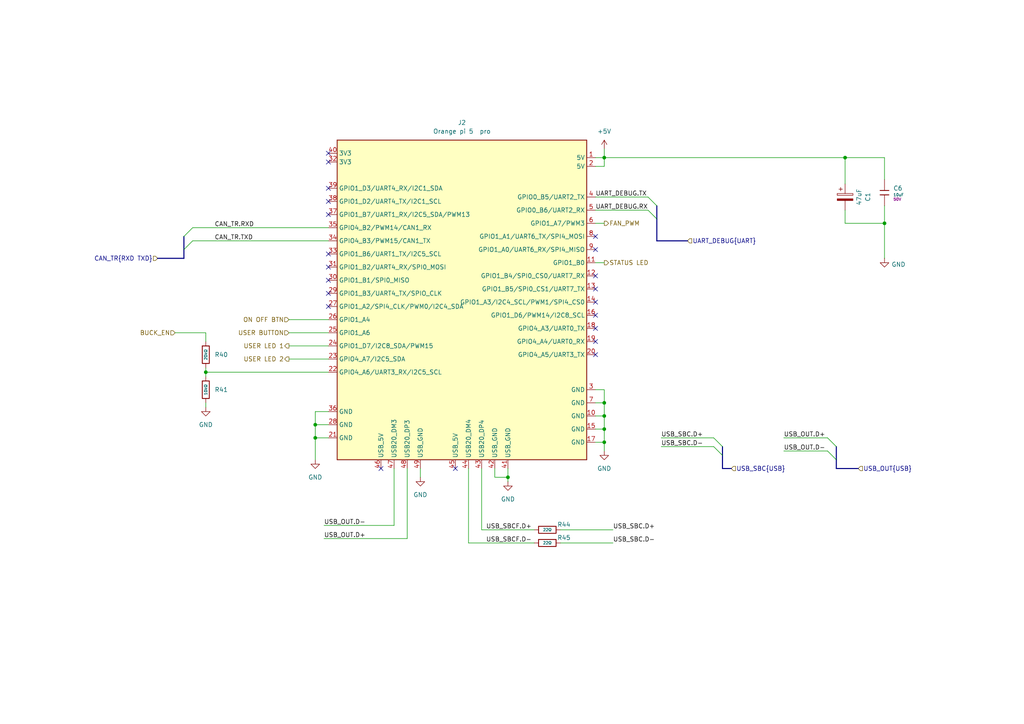
<source format=kicad_sch>
(kicad_sch (version 20231120) (generator "eeschema") (generator_version "8.0")
  (paper "A4")
  (title_block (date "2025-02-10") (rev "A") (company "ModuCard System"))
  (lib_symbols
    (symbol "Device:C_Polarized" (pin_numbers hide) (pin_names (offset 0.254))
      (property "Reference" "C" (at 0.635 2.54 0))
      (property "Value" "C_Polarized" (at 0.635 -2.54 0))
      (symbol "C_Polarized_0_1"
        (rectangle (start -2.286 0.508) (end 2.286 1.016))
        (polyline (pts (xy -1.778 2.286) (xy -0.762 2.286)))
        (polyline (pts (xy -1.27 2.794) (xy -1.27 1.778)))
        (rectangle (start 2.286 -0.508) (end -2.286 -1.016) (fill (type outline)))
      )
      (symbol "C_Polarized_1_1"
        (pin passive line (at 0 3.81 270) (length 2.794) (name "~") (number "1"))
        (pin passive line (at 0 -3.81 90) (length 2.794) (name "~") (number "2"))
      )
    )
    (symbol "PCM_JLCPCB-Capacitors:1206,10uF" (pin_numbers hide) (pin_names (offset 0))
      (property "Reference" "C" (at 2.032 1.668 0))
      (property "Value" "10uF" (at 2.032 -0.3782 0))
      (property "Voltage Rated" "50V" (at 2.032 -2.0462 0))
      (symbol "1206,10uF_0_1"
        (polyline (pts (xy -1.27 -0.635) (xy 1.27 -0.635)) (stroke (width 0.254)))
        (polyline (pts (xy -1.27 0.635) (xy 1.27 0.635)) (stroke (width 0.254)))
      )
      (symbol "1206,10uF_1_1"
        (pin passive line (at 0 3.81 270) (length 3.175) (name "~") (number "1"))
        (pin passive line (at 0 -3.81 90) (length 3.175) (name "~") (number "2"))
      )
    )
    (symbol "PCM_JLCPCB-Resistors:0402,10kΩ" (pin_numbers hide) (pin_names (offset 0))
      (property "Reference" "R" (at 1.778 0 0))
      (property "Value" "10kΩ" (at 0 0 90))
      (symbol "0402,10kΩ_0_1"
        (rectangle (start -1.016 2.54) (end 1.016 -2.54) (stroke (width 0.254)))
      )
      (symbol "0402,10kΩ_1_1"
        (pin passive line (at 0 3.81 270) (length 1.27) (name "~") (number "1"))
        (pin passive line (at 0 -3.81 90) (length 1.27) (name "~") (number "2"))
      )
    )
    (symbol "PCM_JLCPCB-Resistors:0402,20kΩ" (pin_numbers hide) (pin_names (offset 0))
      (property "Reference" "R" (at 1.778 0 0))
      (property "Value" "20kΩ" (at 0 0 90))
      (symbol "0402,20kΩ_0_1"
        (rectangle (start -1.016 2.54) (end 1.016 -2.54) (stroke (width 0.254)))
      )
      (symbol "0402,20kΩ_1_1"
        (pin passive line (at 0 3.81 270) (length 1.27) (name "~") (number "1"))
        (pin passive line (at 0 -3.81 90) (length 1.27) (name "~") (number "2"))
      )
    )
    (symbol "PCM_JLCPCB-Resistors:0402,22Ω" (pin_numbers hide) (pin_names (offset 0))
      (property "Reference" "R" (at 1.778 0 0))
      (property "Value" "22Ω" (at 0 0 90))
      (symbol "0402,22Ω_0_1"
        (rectangle (start -1.016 2.54) (end 1.016 -2.54) (stroke (width 0.254)))
      )
      (symbol "0402,22Ω_1_1"
        (pin passive line (at 0 3.81 270) (length 1.27) (name "~") (number "1"))
        (pin passive line (at 0 -3.81 90) (length 1.27) (name "~") (number "2"))
      )
    )
    (symbol "parts_local:Orange pi 5 pro"
      (property "Reference" "J3" (at -10.795 53.34 0))
      (property "Value" "Orange pi 5  pro" (at -10.795 50.8 0))
      (symbol "Orange pi 5 pro_0_1"
        (rectangle (start -46.99 48.26) (end 25.4 -44.45) (stroke (width 0.254)) (fill (type background)))
      )
      (symbol "Orange pi 5 pro_1_1"
        (pin power_in line (at 27.94 43.18 180) (length 2.54) (name "5V") (number "1"))
        (pin power_in line (at 27.94 -31.75 180) (length 2.54) (name "GND") (number "10"))
        (pin bidirectional line (at 27.94 12.7 180) (length 2.54) (name "GPIO1_B0") (number "11"))
        (pin bidirectional line (at 27.94 8.89 180) (length 2.54) (name "GPIO1_B4/SPI0_CS0/UART7_RX") (number "12"))
        (pin bidirectional line (at 27.94 5.08 180) (length 2.54) (name "GPIO1_B5/SPI0_CS1/UART7_TX") (number "13"))
        (pin bidirectional line (at 27.94 1.27 180) (length 2.54) (name "GPIO1_A3/I2C4_SCL/PWM1/SPI4_CS0") (number "14"))
        (pin power_in line (at 27.94 -35.56 180) (length 2.54) (name "GND") (number "15"))
        (pin bidirectional line (at 27.94 -2.54 180) (length 2.54) (name "GPIO1_D6/PWM14/I2C8_SCL") (number "16"))
        (pin power_in line (at 27.94 -39.37 180) (length 2.54) (name "GND") (number "17"))
        (pin bidirectional line (at 27.94 -6.35 180) (length 2.54) (name "GPIO4_A3/UART0_TX") (number "18"))
        (pin bidirectional line (at 27.94 -10.16 180) (length 2.54) (name "GPIO4_A4/UART0_RX") (number "19"))
        (pin power_in line (at 27.94 40.64 180) (length 2.54) (name "5V") (number "2"))
        (pin bidirectional line (at 27.94 -13.97 180) (length 2.54) (name "GPIO4_A5/UART3_TX") (number "20"))
        (pin power_in line (at -49.53 -38.1 0) (length 2.54) (name "GND") (number "21"))
        (pin bidirectional line (at -49.53 -19.05 0) (length 2.54) (name "GPIO4_A6/UART3_RX/I2C5_SCL") (number "22"))
        (pin bidirectional line (at -49.53 -15.24 0) (length 2.54) (name "GPIO4_A7/I2C5_SDA") (number "23"))
        (pin bidirectional line (at -49.53 -11.43 0) (length 2.54) (name "GPIO1_D7/I2C8_SDA/PWM15") (number "24"))
        (pin bidirectional line (at -49.53 -7.62 0) (length 2.54) (name "GPIO1_A6") (number "25"))
        (pin bidirectional line (at -49.53 -3.81 0) (length 2.54) (name "GPIO1_A4") (number "26"))
        (pin bidirectional line (at -49.53 0 0) (length 2.54) (name "GPIO1_A2/SPI4_CLK/PWM0/I2C4_SDA") (number "27"))
        (pin power_in line (at -49.53 -34.29 0) (length 2.54) (name "GND") (number "28"))
        (pin bidirectional line (at -49.53 3.81 0) (length 2.54) (name "GPIO1_B3/UART4_TX/SPIO_CLK") (number "29"))
        (pin power_in line (at 27.94 -24.13 180) (length 2.54) (name "GND") (number "3"))
        (pin bidirectional line (at -49.53 7.62 0) (length 2.54) (name "GPIO1_B1/SPI0_MISO") (number "30"))
        (pin bidirectional line (at -49.53 11.43 0) (length 2.54) (name "GPIO1_B2/UART4_RX/SPI0_MOSI") (number "31"))
        (pin power_in line (at -49.53 41.91 0) (length 2.54) (name "3V3") (number "32"))
        (pin bidirectional line (at -49.53 15.24 0) (length 2.54) (name "GPIO1_B6/UART1_TX/I2C5_SCL") (number "33"))
        (pin bidirectional line (at -49.53 19.05 0) (length 2.54) (name "GPIO4_B3/PWM15/CAN1_TX") (number "34"))
        (pin bidirectional line (at -49.53 22.86 0) (length 2.54) (name "GPIO4_B2/PWM14/CAN1_RX") (number "35"))
        (pin power_in line (at -49.53 -30.48 0) (length 2.54) (name "GND") (number "36"))
        (pin bidirectional line (at -49.53 26.67 0) (length 2.54) (name "GPIO1_B7/UART1_RX/I2C5_SDA/PWM13") (number "37"))
        (pin bidirectional line (at -49.53 30.48 0) (length 2.54) (name "GPIO1_D2/UART4_TX/I2C1_SCL") (number "38"))
        (pin bidirectional line (at -49.53 34.29 0) (length 2.54) (name "GPIO1_D3/UART4_RX/I2C1_SDA") (number "39"))
        (pin bidirectional line (at 27.94 31.75 180) (length 2.54) (name "GPIO0_B5/UART2_TX") (number "4"))
        (pin power_in line (at -49.53 44.45 0) (length 2.54) (name "3V3") (number "40"))
        (pin power_out line (at 2.54 -46.99 90) (length 2.54) (name "USB_GND") (number "41"))
        (pin power_out line (at -1.27 -46.99 90) (length 2.54) (name "USB_GND") (number "42"))
        (pin bidirectional line (at -5.08 -46.99 90) (length 2.54) (name "USB20_DP4") (number "43"))
        (pin bidirectional line (at -8.89 -46.99 90) (length 2.54) (name "USB20_DM4") (number "44"))
        (pin power_out line (at -12.7 -46.99 90) (length 2.54) (name "USB_5V") (number "45"))
        (pin power_out line (at -34.29 -46.99 90) (length 2.54) (name "USB_5V") (number "46"))
        (pin bidirectional line (at -30.48 -46.99 90) (length 2.54) (name "USB20_DM3") (number "47"))
        (pin bidirectional line (at -26.67 -46.99 90) (length 2.54) (name "USB20_DP3") (number "48"))
        (pin power_out line (at -22.86 -46.99 90) (length 2.54) (name "USB_GND") (number "49"))
        (pin bidirectional line (at 27.94 27.94 180) (length 2.54) (name "GPIO0_B6/UART2_RX") (number "5"))
        (pin bidirectional line (at 27.94 24.13 180) (length 2.54) (name "GPIO1_A7/PWM3") (number "6"))
        (pin power_in line (at 27.94 -27.94 180) (length 2.54) (name "GND") (number "7"))
        (pin bidirectional line (at 27.94 20.32 180) (length 2.54) (name "GPIO1_A1/UART6_TX/SPI4_MOSI") (number "8"))
        (pin bidirectional line (at 27.94 16.51 180) (length 2.54) (name "GPIO1_A0/UART6_RX/SPI4_MISO") (number "9"))
      )
    )
    (symbol "power:+5V" (power) (pin_numbers hide) (pin_names (offset 0) hide)
      (property "Value" "+5V" (at 0 3.556 0))
      (symbol "+5V_0_1"
        (polyline (pts (xy -0.762 1.27) (xy 0 2.54)))
        (polyline (pts (xy 0 0) (xy 0 2.54)))
        (polyline (pts (xy 0 2.54) (xy 0.762 1.27)))
      )
      (symbol "+5V_1_1"
        (pin power_in line (at 0 0 90) (length 0) (name "~") (number "1"))
      )
    )
    (symbol "power:GND" (power) (pin_numbers hide) (pin_names (offset 0) hide)
      (property "Value" "GND" (at 0 -3.81 0))
      (symbol "GND_0_1"
        (polyline (pts (xy 0 0) (xy 0 -1.27) (xy 1.27 -1.27) (xy 0 -2.54) (xy -1.27 -1.27) (xy 0 -1.27)))
      )
      (symbol "GND_1_1"
        (pin power_in line (at 0 0 270) (length 0) (name "~") (number "1"))
      )
    )
  )
  (bus_alias "UART" (members "RX" "TX"))
  (junction (at 175.26 120.65))
  (junction (at 175.26 124.46))
  (junction (at 147.32 138.43))
  (junction (at 59.69 107.95))
  (junction (at 175.26 128.27))
  (junction (at 91.44 123.19))
  (junction (at 256.54 64.77))
  (junction (at 245.11 45.72))
  (junction (at 175.26 116.84))
  (junction (at 175.26 45.72))
  (junction (at 91.44 127))
  (no_connect (at 95.25 54.61))
  (no_connect (at 172.72 95.25))
  (no_connect (at 95.25 73.66))
  (no_connect (at 110.49 135.89))
  (no_connect (at 172.72 80.01))
  (no_connect (at 95.25 58.42))
  (no_connect (at 172.72 91.44))
  (no_connect (at 172.72 68.58))
  (no_connect (at 95.25 77.47))
  (no_connect (at 132.08 135.89))
  (no_connect (at 95.25 62.23))
  (no_connect (at 172.72 87.63))
  (no_connect (at 172.72 99.06))
  (no_connect (at 95.25 44.45))
  (no_connect (at 172.72 83.82))
  (no_connect (at 95.25 81.28))
  (no_connect (at 95.25 85.09))
  (no_connect (at 172.72 72.39))
  (no_connect (at 172.72 102.87))
  (no_connect (at 95.25 46.99))
  (no_connect (at 95.25 88.9))
  (bus_entry (at 209.55 129.54) (size -2.54 -2.54))
  (bus_entry (at 190.5 63.5) (size -2.54 -2.54))
  (bus_entry (at 53.34 68.58) (size 2.54 -2.54))
  (bus_entry (at 209.55 132.08) (size -2.54 -2.54))
  (bus_entry (at 53.34 72.39) (size 2.54 -2.54))
  (bus_entry (at 242.57 133.35) (size -2.54 -2.54))
  (bus_entry (at 242.57 129.54) (size -2.54 -2.54))
  (bus_entry (at 190.5 59.69) (size -2.54 -2.54))
  (wire (pts (xy 139.7 153.67) (xy 154.94 153.67)))
  (wire (pts (xy 172.72 124.46) (xy 175.26 124.46)))
  (wire (pts (xy 91.44 123.19) (xy 91.44 119.38)))
  (wire (pts (xy 147.32 138.43) (xy 147.32 139.7)))
  (wire (pts (xy 135.89 157.48) (xy 154.94 157.48)))
  (wire (pts (xy 83.82 96.52) (xy 95.25 96.52)))
  (wire (pts (xy 121.92 135.89) (xy 121.92 138.43)))
  (wire (pts (xy 143.51 138.43) (xy 143.51 135.89)))
  (wire (pts (xy 93.98 156.21) (xy 118.11 156.21)))
  (wire (pts (xy 172.72 76.2) (xy 175.26 76.2)))
  (bus (pts (xy 190.5 59.69) (xy 190.5 63.5)))
  (bus (pts (xy 209.55 132.08) (xy 209.55 135.89)))
  (bus (pts (xy 242.57 129.54) (xy 242.57 133.35)))
  (wire (pts (xy 245.11 60.96) (xy 245.11 64.77)))
  (wire (pts (xy 227.33 130.81) (xy 240.03 130.81)))
  (bus (pts (xy 242.57 133.35) (xy 242.57 135.89)))
  (bus (pts (xy 199.39 69.85) (xy 190.5 69.85)))
  (wire (pts (xy 114.3 152.4) (xy 114.3 135.89)))
  (wire (pts (xy 143.51 138.43) (xy 147.32 138.43)))
  (bus (pts (xy 53.34 74.93) (xy 53.34 72.39)))
  (bus (pts (xy 209.55 135.89) (xy 212.09 135.89)))
  (wire (pts (xy 91.44 119.38) (xy 95.25 119.38)))
  (wire (pts (xy 59.69 106.68) (xy 59.69 107.95)))
  (wire (pts (xy 162.56 157.48) (xy 177.8 157.48)))
  (wire (pts (xy 59.69 107.95) (xy 59.69 109.22)))
  (wire (pts (xy 83.82 92.71) (xy 95.25 92.71)))
  (wire (pts (xy 245.11 64.77) (xy 256.54 64.77)))
  (wire (pts (xy 172.72 45.72) (xy 175.26 45.72)))
  (bus (pts (xy 190.5 63.5) (xy 190.5 69.85)))
  (bus (pts (xy 209.55 129.54) (xy 209.55 132.08)))
  (bus (pts (xy 45.72 74.93) (xy 53.34 74.93)))
  (wire (pts (xy 91.44 127) (xy 91.44 123.19)))
  (wire (pts (xy 175.26 45.72) (xy 175.26 43.18)))
  (wire (pts (xy 91.44 127) (xy 95.25 127)))
  (wire (pts (xy 93.98 152.4) (xy 114.3 152.4)))
  (wire (pts (xy 139.7 135.89) (xy 139.7 153.67)))
  (wire (pts (xy 187.96 57.15) (xy 172.72 57.15)))
  (wire (pts (xy 175.26 120.65) (xy 175.26 116.84)))
  (wire (pts (xy 91.44 133.35) (xy 91.44 127)))
  (wire (pts (xy 227.33 127) (xy 240.03 127)))
  (wire (pts (xy 175.26 130.81) (xy 175.26 128.27)))
  (wire (pts (xy 162.56 153.67) (xy 177.8 153.67)))
  (wire (pts (xy 175.26 124.46) (xy 175.26 120.65)))
  (wire (pts (xy 191.77 129.54) (xy 207.01 129.54)))
  (wire (pts (xy 172.72 116.84) (xy 175.26 116.84)))
  (wire (pts (xy 83.82 100.33) (xy 95.25 100.33)))
  (wire (pts (xy 55.88 66.04) (xy 95.25 66.04)))
  (wire (pts (xy 175.26 116.84) (xy 175.26 113.03)))
  (wire (pts (xy 245.11 53.34) (xy 245.11 45.72)))
  (wire (pts (xy 91.44 123.19) (xy 95.25 123.19)))
  (bus (pts (xy 53.34 72.39) (xy 53.34 68.58)))
  (wire (pts (xy 50.8 96.52) (xy 59.69 96.52)))
  (wire (pts (xy 175.26 45.72) (xy 245.11 45.72)))
  (wire (pts (xy 172.72 48.26) (xy 175.26 48.26)))
  (wire (pts (xy 172.72 128.27) (xy 175.26 128.27)))
  (wire (pts (xy 135.89 135.89) (xy 135.89 157.48)))
  (wire (pts (xy 175.26 45.72) (xy 175.26 48.26)))
  (wire (pts (xy 191.77 127) (xy 207.01 127)))
  (wire (pts (xy 256.54 64.77) (xy 256.54 59.69)))
  (wire (pts (xy 187.96 60.96) (xy 172.72 60.96)))
  (wire (pts (xy 256.54 74.93) (xy 256.54 64.77)))
  (wire (pts (xy 172.72 120.65) (xy 175.26 120.65)))
  (wire (pts (xy 118.11 156.21) (xy 118.11 135.89)))
  (wire (pts (xy 59.69 96.52) (xy 59.69 99.06)))
  (wire (pts (xy 59.69 116.84) (xy 59.69 118.11)))
  (wire (pts (xy 172.72 64.77) (xy 175.26 64.77)))
  (wire (pts (xy 245.11 45.72) (xy 256.54 45.72)))
  (wire (pts (xy 147.32 135.89) (xy 147.32 138.43)))
  (wire (pts (xy 55.88 69.85) (xy 95.25 69.85)))
  (wire (pts (xy 175.26 113.03) (xy 172.72 113.03)))
  (wire (pts (xy 59.69 107.95) (xy 95.25 107.95)))
  (wire (pts (xy 256.54 52.07) (xy 256.54 45.72)))
  (wire (pts (xy 175.26 128.27) (xy 175.26 124.46)))
  (wire (pts (xy 83.82 104.14) (xy 95.25 104.14)))
  (bus (pts (xy 248.92 135.89) (xy 242.57 135.89)))
  (label "USB_SBCF.D-" (at 140.97 157.48 0))
  (label "USB_OUT.D-" (at 227.33 130.81 0))
  (label "CAN_TR.TXD" (at 62.23 69.85 0))
  (label "USB_OUT.D+" (at 93.98 156.21 0))
  (label "USB_SBC.D+" (at 191.77 127 0))
  (label "CAN_TR.RXD" (at 62.23 66.04 0))
  (label "USB_SBC.D-" (at 177.8 157.48 0))
  (label "USB_OUT.D-" (at 93.98 152.4 0))
  (label "USB_SBCF.D+" (at 140.97 153.67 0))
  (label "USB_OUT.D+" (at 227.33 127 0))
  (label "USB_SBC.D+" (at 177.8 153.67 0))
  (label "UART_DEBUG.TX" (at 172.72 57.15 0))
  (label "UART_DEBUG.RX" (at 172.72 60.96 0))
  (label "USB_SBC.D-" (at 191.77 129.54 0))
  (hierarchical_label "STATUS LED" (shape output) (at 175.26 76.2 0))
  (hierarchical_label "FAN_PWM" (shape output) (at 175.26 64.77 0))
  (hierarchical_label "USER LED 1" (shape output) (at 83.82 100.33 180))
  (hierarchical_label "BUCK_EN" (shape input) (at 50.8 96.52 180))
  (hierarchical_label "ON OFF BTN" (shape input) (at 83.82 92.71 180))
  (hierarchical_label "USB_SBC{USB}" (shape input) (at 212.09 135.89 0))
  (hierarchical_label "USER LED 2" (shape output) (at 83.82 104.14 180))
  (hierarchical_label "UART_DEBUG{UART}" (shape input) (at 199.39 69.85 0))
  (hierarchical_label "USER BUTTON" (shape input) (at 83.82 96.52 180))
  (hierarchical_label "CAN_TR{RXD TXD}" (shape input) (at 45.72 74.93 180))
  (hierarchical_label "USB_OUT{USB}" (shape input) (at 248.92 135.89 0))
  (symbol (lib_id "power:GND") (at 147.32 139.7 0) (unit 1)
    (property "Reference" "#PWR031" (effects (hide yes)))
    (property "Value" "GND" (at 147.32 144.78 0))
    (property "Description" "Power symbol creates a global label with name \"GND\" , ground" (effects (hide yes)))
  )
  (symbol (lib_id "power:GND") (at 256.54 74.93 0) (unit 1)
    (property "Reference" "#PWR027" (effects (hide yes)))
    (property "Value" "GND" (at 260.604 76.708 0))
    (property "Description" "Power symbol creates a global label with name \"GND\" , ground" (effects (hide yes)))
  )
  (symbol (lib_id "power:GND") (at 121.92 138.43 0) (unit 1)
    (property "Reference" "#PWR030" (effects (hide yes)))
    (property "Value" "GND" (at 121.92 143.51 0))
    (property "Description" "Power symbol creates a global label with name \"GND\" , ground" (effects (hide yes)))
  )
  (symbol (lib_id "PCM_JLCPCB-Resistors:0402,22Ω") (at 158.75 153.67 90) (unit 1)
    (property "Reference" "R44" (at 163.576 152.146 90))
    (property "Value" "22Ω" (at 158.75 153.67 90) (effects (font (size 0.8 0.8))))
    (property "Footprint" "PCM_JLCPCB:R_0402" (effects (hide yes)))
    (property "Datasheet" "https://www.lcsc.com/datasheet/lcsc_datasheet_2205311900_UNI-ROYAL-Uniroyal-Elec-0402WGF220JTCE_C25092.pdf" (effects (hide yes)))
    (property "Description" "62.5mW Thick Film Resistors 50V ±1% ±100ppm/°C 22Ω 0402 Chip Resistor - Surface Mount ROHS" (effects (hide yes)))
    (property "LCSC" "C25092" (effects (hide yes)))
    (property "Stock" "2497993" (effects (hide yes)))
    (property "Price" "0.004USD" (effects (hide yes)))
    (property "Process" "SMT" (effects (hide yes)))
    (property "Minimum Qty" "20" (effects (hide yes)))
    (property "Attrition Qty" "10" (effects (hide yes)))
    (property "Class" "Basic Component" (effects (hide yes)))
    (property "Category" "Resistors,Chip Resistor - Surface Mount" (effects (hide yes)))
    (property "Manufacturer" "UNI-ROYAL(Uniroyal Elec)" (effects (hide yes)))
    (property "Part" "0402WGF220JTCE" (effects (hide yes)))
    (property "Resistance" "22Ω" (effects (hide yes)))
    (property "Power(Watts)" "62.5mW" (effects (hide yes)))
    (property "Type" "Thick Film Resistors" (effects (hide yes)))
    (property "Overload Voltage (Max)" "50V" (effects (hide yes)))
    (property "Operating Temperature Range" "-55°C~+155°C" (effects (hide yes)))
    (property "Tolerance" "±1%" (effects (hide yes)))
    (property "Temperature Coefficient" "±100ppm/°C" (effects (hide yes)))
  )
  (symbol (lib_id "PCM_JLCPCB-Resistors:0402,20kΩ") (at 59.69 102.87 0) (unit 1)
    (property "Reference" "R40" (at 62.23 102.87 0) (effects (justify left)))
    (property "Value" "20kΩ" (at 59.69 102.87 90) (effects (font (size 0.8 0.8))))
    (property "Footprint" "PCM_JLCPCB:R_0402" (effects (hide yes)))
    (property "Datasheet" "https://www.lcsc.com/datasheet/lcsc_datasheet_2206010100_UNI-ROYAL-Uniroyal-Elec-0402WGF2002TCE_C25765.pdf" (effects (hide yes)))
    (property "Description" "62.5mW Thick Film Resistors 50V ±100ppm/°C ±1% 20kΩ 0402 Chip Resistor - Surface Mount ROHS" (effects (hide yes)))
    (property "LCSC" "C25765" (effects (hide yes)))
    (property "Stock" "1747699" (effects (hide yes)))
    (property "Price" "0.004USD" (effects (hide yes)))
    (property "Process" "SMT" (effects (hide yes)))
    (property "Minimum Qty" "20" (effects (hide yes)))
    (property "Attrition Qty" "10" (effects (hide yes)))
    (property "Class" "Basic Component" (effects (hide yes)))
    (property "Category" "Resistors,Chip Resistor - Surface Mount" (effects (hide yes)))
    (property "Manufacturer" "UNI-ROYAL(Uniroyal Elec)" (effects (hide yes)))
    (property "Part" "0402WGF2002TCE" (effects (hide yes)))
    (property "Resistance" "20kΩ" (effects (hide yes)))
    (property "Power(Watts)" "62.5mW" (effects (hide yes)))
    (property "Type" "Thick Film Resistors" (effects (hide yes)))
    (property "Overload Voltage (Max)" "50V" (effects (hide yes)))
    (property "Operating Temperature Range" "-55°C~+155°C" (effects (hide yes)))
    (property "Tolerance" "±1%" (effects (hide yes)))
    (property "Temperature Coefficient" "±100ppm/°C" (effects (hide yes)))
  )
  (symbol (lib_id "Device:C_Polarized") (at 245.11 57.15 0) (unit 1)
    (property "Reference" "C1" (at 251.714 57.15 90))
    (property "Value" "47uF" (at 249.174 57.15 90))
    (property "Footprint" "Capacitor_SMD:CP_Elec_4x5.4" (effects (hide yes)))
    (property "Description" "Polarized capacitor" (effects (hide yes)))
    (property "LCSC" " C90276" (effects (hide yes)))
    (property "MPN" "VT1V470M0605" (effects (hide yes)))
  )
  (symbol (lib_id "power:+5V") (at 175.26 43.18 0) (unit 1)
    (property "Reference" "#PWR026" (effects (hide yes)))
    (property "Value" "+5V" (at 175.26 38.1 0))
    (property "Description" "Power symbol creates a global label with name \"+5V\"" (effects (hide yes)))
  )
  (symbol (lib_id "PCM_JLCPCB-Resistors:0402,10kΩ") (at 59.69 113.03 0) (unit 1)
    (property "Reference" "R41" (at 62.23 113.03 0) (effects (justify left)))
    (property "Value" "10kΩ" (at 59.69 113.03 90) (effects (font (size 0.8 0.8))))
    (property "Footprint" "PCM_JLCPCB:R_0402" (effects (hide yes)))
    (property "Datasheet" "https://www.lcsc.com/datasheet/lcsc_datasheet_2411221126_UNI-ROYAL-Uniroyal-Elec-0402WGF1002TCE_C25744.pdf" (effects (hide yes)))
    (property "Description" "62.5mW Thick Film Resistors 50V ±100ppm/°C ±1% 10kΩ 0402 Chip Resistor - Surface Mount ROHS" (effects (hide yes)))
    (property "LCSC" "C25744" (effects (hide yes)))
    (property "Stock" "6666349" (effects (hide yes)))
    (property "Price" "0.004USD" (effects (hide yes)))
    (property "Process" "SMT" (effects (hide yes)))
    (property "Minimum Qty" "5" (effects (hide yes)))
    (property "Attrition Qty" "0" (effects (hide yes)))
    (property "Class" "Basic Component" (effects (hide yes)))
    (property "Category" "Resistors,Chip Resistor - Surface Mount" (effects (hide yes)))
    (property "Manufacturer" "UNI-ROYAL(Uniroyal Elec)" (effects (hide yes)))
    (property "Part" "0402WGF1002TCE" (effects (hide yes)))
    (property "Resistance" "10kΩ" (effects (hide yes)))
    (property "Power(Watts)" "62.5mW" (effects (hide yes)))
    (property "Type" "Thick Film Resistors" (effects (hide yes)))
    (property "Overload Voltage (Max)" "50V" (effects (hide yes)))
    (property "Operating Temperature Range" "-55°C~+155°C" (effects (hide yes)))
    (property "Tolerance" "±1%" (effects (hide yes)))
    (property "Temperature Coefficient" "±100ppm/°C" (effects (hide yes)))
  )
  (symbol (lib_id "power:GND") (at 91.44 133.35 0) (unit 1)
    (property "Reference" "#PWR029" (effects (hide yes)))
    (property "Value" "GND" (at 91.44 138.43 0))
    (property "Description" "Power symbol creates a global label with name \"GND\" , ground" (effects (hide yes)))
  )
  (symbol (lib_id "PCM_JLCPCB-Capacitors:1206,10uF") (at 256.54 55.88 0) (unit 1)
    (property "Reference" "C6" (at 259.08 54.61 0) (effects (justify left)))
    (property "Value" "10uF" (at 259.08 56.515 0) (effects (font (size 0.8 0.8)) (justify left)))
    (property "Footprint" "PCM_JLCPCB:C_1206" (effects (hide yes)))
    (property "Datasheet" "https://www.lcsc.com/datasheet/lcsc_datasheet_2304140030_Samsung-Electro-Mechanics-CL31A106KBHNNNE_C13585.pdf" (effects (hide yes)))
    (property "Description" "50V 10uF X5R ±10% 1206 Multilayer Ceramic Capacitors MLCC - SMD/SMT ROHS" (effects (hide yes)))
    (property "LCSC" "C13585" (effects (hide yes)))
    (property "Stock" "4852625" (effects (hide yes)))
    (property "Price" "0.031USD" (effects (hide yes)))
    (property "Process" "SMT" (effects (hide yes)))
    (property "Minimum Qty" "5" (effects (hide yes)))
    (property "Attrition Qty" "4" (effects (hide yes)))
    (property "Class" "Basic Component" (effects (hide yes)))
    (property "Category" "Capacitors,Multilayer Ceramic Capacitors MLCC - SMD/SMT" (effects (hide yes)))
    (property "Manufacturer" "Samsung Electro-Mechanics" (effects (hide yes)))
    (property "Part" "CL31A106KBHNNNE" (effects (hide yes)))
    (property "Voltage Rated" "50V" (at 259.08 57.785 0) (effects (font (size 0.8 0.8)) (justify left)))
    (property "Tolerance" "±10%" (effects (hide yes)))
    (property "Capacitance" "10uF" (effects (hide yes)))
    (property "Temperature Coefficient" "X5R" (effects (hide yes)))
  )
  (symbol (lib_id "power:GND") (at 59.69 118.11 0) (unit 1)
    (property "Reference" "#PWR0127" (effects (hide yes)))
    (property "Value" "GND" (at 59.69 123.19 0))
    (property "Description" "Power symbol creates a global label with name \"GND\" , ground" (effects (hide yes)))
  )
  (symbol (lib_id "PCM_JLCPCB-Resistors:0402,22Ω") (at 158.75 157.48 90) (unit 1)
    (property "Reference" "R45" (at 163.576 155.956 90))
    (property "Value" "22Ω" (at 158.75 157.48 90) (effects (font (size 0.8 0.8))))
    (property "Footprint" "PCM_JLCPCB:R_0402" (effects (hide yes)))
    (property "Datasheet" "https://www.lcsc.com/datasheet/lcsc_datasheet_2205311900_UNI-ROYAL-Uniroyal-Elec-0402WGF220JTCE_C25092.pdf" (effects (hide yes)))
    (property "Description" "62.5mW Thick Film Resistors 50V ±1% ±100ppm/°C 22Ω 0402 Chip Resistor - Surface Mount ROHS" (effects (hide yes)))
    (property "LCSC" "C25092" (effects (hide yes)))
    (property "Stock" "2497993" (effects (hide yes)))
    (property "Price" "0.004USD" (effects (hide yes)))
    (property "Process" "SMT" (effects (hide yes)))
    (property "Minimum Qty" "20" (effects (hide yes)))
    (property "Attrition Qty" "10" (effects (hide yes)))
    (property "Class" "Basic Component" (effects (hide yes)))
    (property "Category" "Resistors,Chip Resistor - Surface Mount" (effects (hide yes)))
    (property "Manufacturer" "UNI-ROYAL(Uniroyal Elec)" (effects (hide yes)))
    (property "Part" "0402WGF220JTCE" (effects (hide yes)))
    (property "Resistance" "22Ω" (effects (hide yes)))
    (property "Power(Watts)" "62.5mW" (effects (hide yes)))
    (property "Type" "Thick Film Resistors" (effects (hide yes)))
    (property "Overload Voltage (Max)" "50V" (effects (hide yes)))
    (property "Operating Temperature Range" "-55°C~+155°C" (effects (hide yes)))
    (property "Tolerance" "±1%" (effects (hide yes)))
    (property "Temperature Coefficient" "±100ppm/°C" (effects (hide yes)))
  )
  (symbol (lib_id "parts_local:Orange pi 5 pro") (at 144.78 88.9 0) (unit 1)
    (property "Reference" "J2" (at 133.985 35.56 0))
    (property "Value" "Orange pi 5  pro" (at 133.985 38.1 0))
    (property "Footprint" "OrangePi Pro 5:Orange Pi 5 pro" (effects (hide yes)))
  )
  (symbol (lib_id "power:GND") (at 175.26 130.81 0) (unit 1)
    (property "Reference" "#PWR028" (effects (hide yes)))
    (property "Value" "GND" (at 175.26 135.89 0))
    (property "Description" "Power symbol creates a global label with name \"GND\" , ground" (effects (hide yes)))
  )
)
</source>
